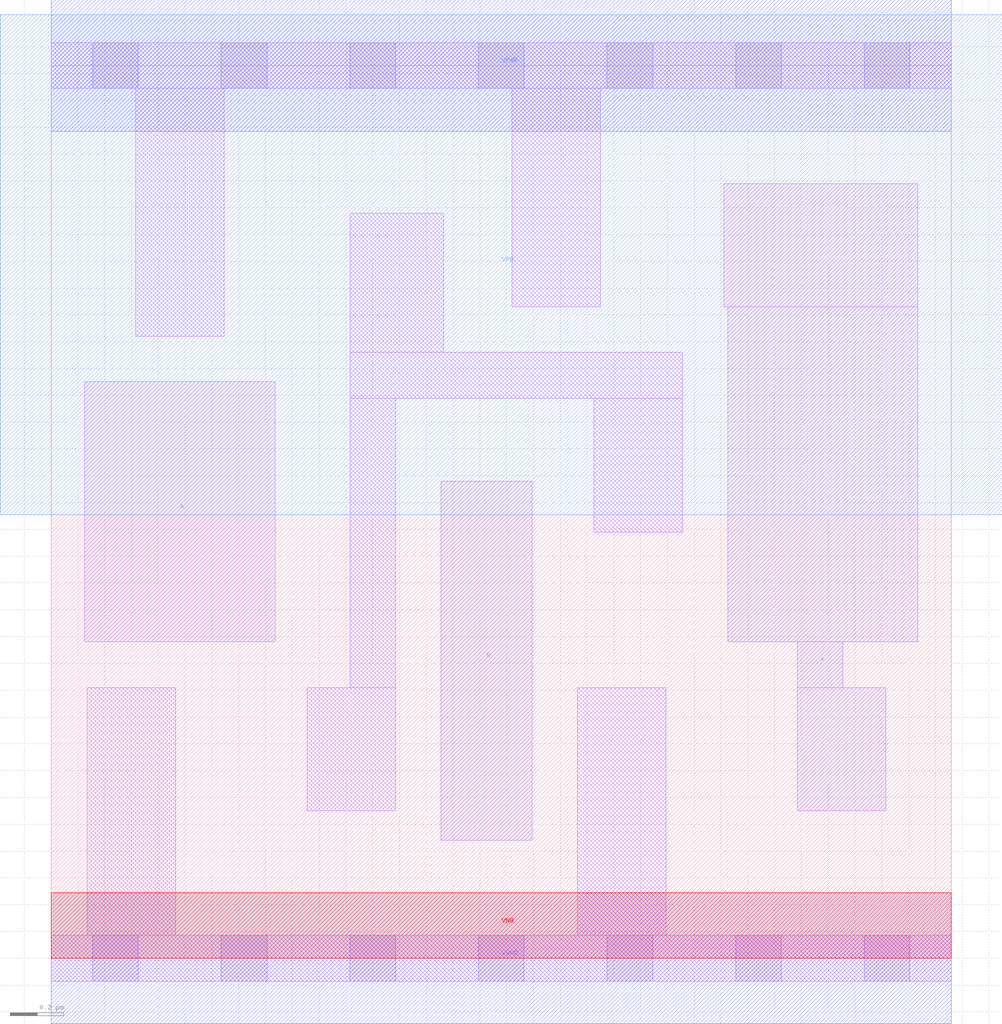
<source format=lef>
# Copyright 2020 The SkyWater PDK Authors
#
# Licensed under the Apache License, Version 2.0 (the "License");
# you may not use this file except in compliance with the License.
# You may obtain a copy of the License at
#
#     https://www.apache.org/licenses/LICENSE-2.0
#
# Unless required by applicable law or agreed to in writing, software
# distributed under the License is distributed on an "AS IS" BASIS,
# WITHOUT WARRANTIES OR CONDITIONS OF ANY KIND, either express or implied.
# See the License for the specific language governing permissions and
# limitations under the License.
#
# SPDX-License-Identifier: Apache-2.0

VERSION 5.7 ;
  NOWIREEXTENSIONATPIN ON ;
  DIVIDERCHAR "/" ;
  BUSBITCHARS "[]" ;
MACRO sky130_fd_sc_lp__or2_lp
  CLASS CORE ;
  FOREIGN sky130_fd_sc_lp__or2_lp ;
  ORIGIN  0.000000  0.000000 ;
  SIZE  3.360000 BY  3.330000 ;
  SYMMETRY X Y R90 ;
  SITE unit ;
  PIN A
    ANTENNAGATEAREA  0.189000 ;
    DIRECTION INPUT ;
    USE SIGNAL ;
    PORT
      LAYER li1 ;
        RECT 0.125000 1.180000 0.835000 2.150000 ;
    END
  END A
  PIN B
    ANTENNAGATEAREA  0.189000 ;
    DIRECTION INPUT ;
    USE SIGNAL ;
    PORT
      LAYER li1 ;
        RECT 1.455000 0.440000 1.795000 1.780000 ;
    END
  END B
  PIN X
    ANTENNADIFFAREA  0.239400 ;
    DIRECTION OUTPUT ;
    USE SIGNAL ;
    PORT
      LAYER li1 ;
        RECT 2.510000 2.430000 3.235000 2.890000 ;
        RECT 2.525000 1.180000 3.235000 2.430000 ;
        RECT 2.785000 0.550000 3.115000 1.010000 ;
        RECT 2.785000 1.010000 2.955000 1.180000 ;
    END
  END X
  PIN VGND
    DIRECTION INOUT ;
    USE GROUND ;
    PORT
      LAYER met1 ;
        RECT 0.000000 -0.245000 3.360000 0.245000 ;
    END
  END VGND
  PIN VNB
    DIRECTION INOUT ;
    USE GROUND ;
    PORT
      LAYER pwell ;
        RECT 0.000000 0.000000 3.360000 0.245000 ;
    END
  END VNB
  PIN VPB
    DIRECTION INOUT ;
    USE POWER ;
    PORT
      LAYER nwell ;
        RECT -0.190000 1.655000 3.550000 3.520000 ;
    END
  END VPB
  PIN VPWR
    DIRECTION INOUT ;
    USE POWER ;
    PORT
      LAYER met1 ;
        RECT 0.000000 3.085000 3.360000 3.575000 ;
    END
  END VPWR
  OBS
    LAYER li1 ;
      RECT 0.000000 -0.085000 3.360000 0.085000 ;
      RECT 0.000000  3.245000 3.360000 3.415000 ;
      RECT 0.135000  0.085000 0.465000 1.010000 ;
      RECT 0.315000  2.320000 0.645000 3.245000 ;
      RECT 0.955000  0.550000 1.285000 1.010000 ;
      RECT 1.115000  1.010000 1.285000 2.090000 ;
      RECT 1.115000  2.090000 2.355000 2.260000 ;
      RECT 1.115000  2.260000 1.465000 2.780000 ;
      RECT 1.720000  2.430000 2.050000 3.245000 ;
      RECT 1.965000  0.085000 2.295000 1.010000 ;
      RECT 2.025000  1.590000 2.355000 2.090000 ;
    LAYER mcon ;
      RECT 0.155000 -0.085000 0.325000 0.085000 ;
      RECT 0.155000  3.245000 0.325000 3.415000 ;
      RECT 0.635000 -0.085000 0.805000 0.085000 ;
      RECT 0.635000  3.245000 0.805000 3.415000 ;
      RECT 1.115000 -0.085000 1.285000 0.085000 ;
      RECT 1.115000  3.245000 1.285000 3.415000 ;
      RECT 1.595000 -0.085000 1.765000 0.085000 ;
      RECT 1.595000  3.245000 1.765000 3.415000 ;
      RECT 2.075000 -0.085000 2.245000 0.085000 ;
      RECT 2.075000  3.245000 2.245000 3.415000 ;
      RECT 2.555000 -0.085000 2.725000 0.085000 ;
      RECT 2.555000  3.245000 2.725000 3.415000 ;
      RECT 3.035000 -0.085000 3.205000 0.085000 ;
      RECT 3.035000  3.245000 3.205000 3.415000 ;
  END
END sky130_fd_sc_lp__or2_lp
END LIBRARY

</source>
